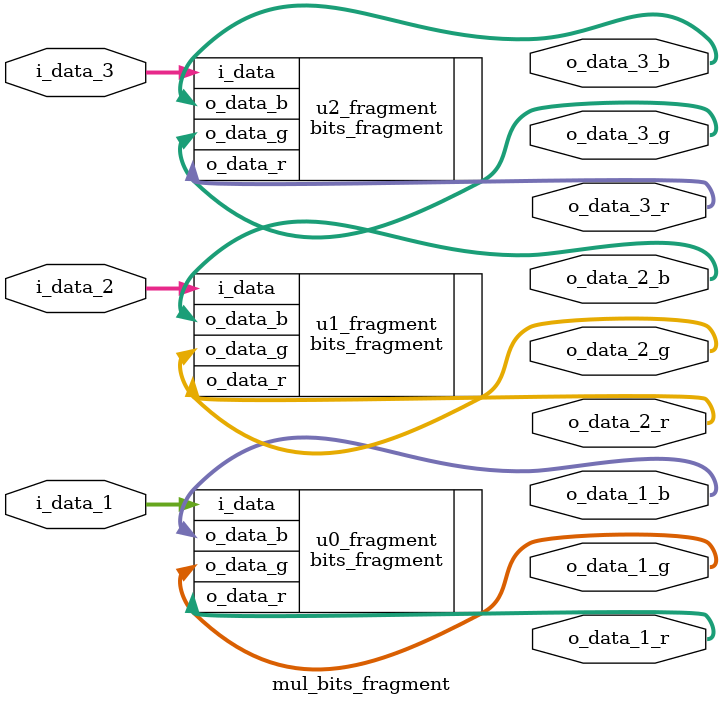
<source format=v>
`timescale 1ns / 1ps


module mul_bits_fragment(
    i_data_1, i_data_2, i_data_3, 
    o_data_1_r, o_data_1_g, o_data_1_b,
    o_data_2_r, o_data_2_g, o_data_2_b,
    o_data_3_r, o_data_3_g, o_data_3_b,
    );

    input [23:0] i_data_1;
    input [23:0] i_data_2;
    input [23:0] i_data_3;

    output wire [7:0] o_data_1_r;
    output wire [7:0] o_data_1_g;
    output wire [7:0] o_data_1_b;
    
    output wire [7:0] o_data_2_r;
    output wire [7:0] o_data_2_g;
    output wire [7:0] o_data_2_b;
    
    output wire [7:0] o_data_3_r;
    output wire [7:0] o_data_3_g;
    output wire [7:0] o_data_3_b;

    bits_fragment u0_fragment(
        .i_data          ( i_data_1    [23:0] ),

        .o_data_r        ( o_data_1_r  [7:0]  ),
        .o_data_g        ( o_data_1_g  [7:0]  ),
        .o_data_b        ( o_data_1_b  [7:0]  )
    );

    bits_fragment u1_fragment(
        .i_data          ( i_data_2    [23:0] ),

        .o_data_r        ( o_data_2_r  [7:0]  ),
        .o_data_g        ( o_data_2_g  [7:0]  ),
        .o_data_b        ( o_data_2_b  [7:0]  )
    );

    bits_fragment u2_fragment(
        .i_data          ( i_data_3    [23:0] ),

        .o_data_r        ( o_data_3_r  [7:0]  ),
        .o_data_g        ( o_data_3_g  [7:0]  ),
        .o_data_b        ( o_data_3_b  [7:0]  )
    );

endmodule

</source>
